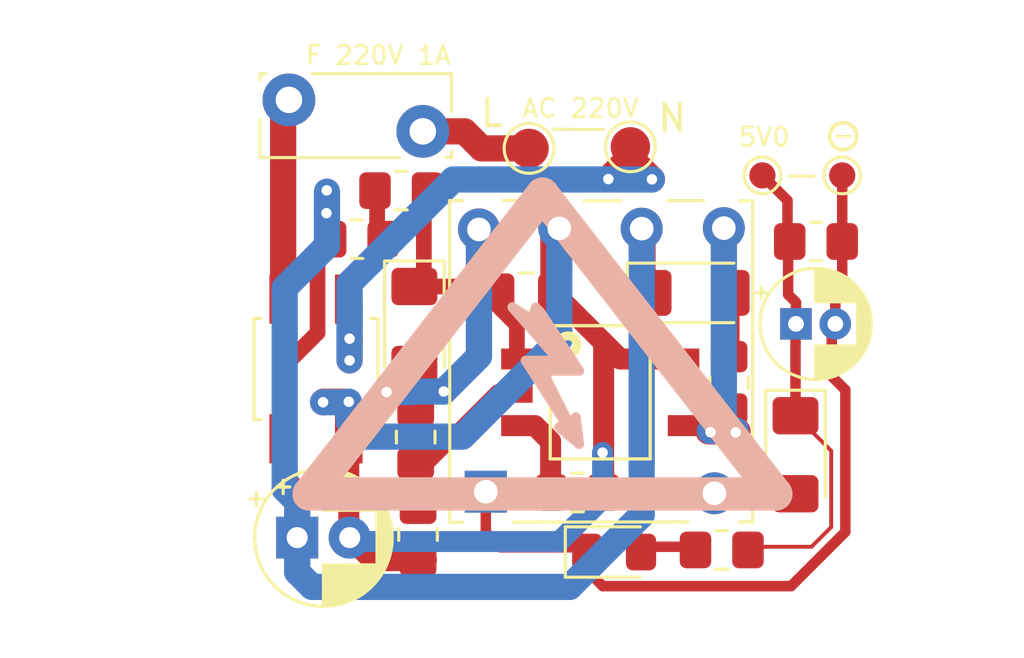
<source format=kicad_pcb>
(kicad_pcb (version 20211014) (generator pcbnew)
  (layers (0 "F.Cu" signal) (31 "B.Cu" signal) (34 "B.Paste" user) (35 "F.Paste" user) (36 "B.SilkS" user "B.Silkscreen") (37 "F.SilkS" user "F.Silkscreen") (38 "B.Mask" user) (39 "F.Mask" user) (44 "Edge.Cuts" user))
  (net 0 "")
  (net 1 "Net-(1K2-Pad1)")
  (net 2 "Net-(1K2-Pad2)")
  (net 3 "Net-(4K7-Pad2)")
  (net 4 "Net-(C2-Pad1)")
  (net 5 "Net-(4M7-Pad1)")
  (net 6 "Net-(4M7-Pad2)")
  (net 7 "Net-(12K7-Pad1)")
  (net 8 "Net-(12K7-Pad2)")
  (net 9 "Net-(27K1-Pad2)")
  (net 10 "Net-(99K1-Pad1)")
  (net 11 "Net-(99K1-Pad2)")
  (net 12 "Net-(AC220V_IN1-Pad1)")
  (net 13 "Net-(D3-Pad2)")
  (net 14 "Net-(IC1-Pad3)")
  (net 15 "Net-(D5-Pad2)")
  (net 16 "Net-(AC220V_IN1-Pad2)")
  (footprint "Resistor_SMD:R_0805_2012Metric_Pad1.20x1.40mm_HandSolder" (layer "F.Cu") (at 129.17 97.08 90)
    (fp_text reference "27K1" hide)
    (fp_text value "R4")
    (fp_line (start -0.227064 0.735) (end 0.227064 0.735) (layer "F.SilkS") (width 0.12))
    (fp_line (start -0.227064 -0.735) (end 0.227064 -0.735) (layer "F.SilkS") (width 0.12))
    (pad "1" smd roundrect (at -1 0 90) (size 1.2 1.4) (layers "F.Cu" "F.Paste" "F.Mask") (roundrect_rratio 0.208333) (net 7 "Net-(12K7-Pad1)"))
    (pad "2" smd roundrect (at 1 0 90) (size 1.2 1.4) (layers "F.Cu" "F.Paste" "F.Mask") (roundrect_rratio 0.208333) (net 9 "Net-(27K1-Pad2)"))
  )
  (footprint "Capacitor_THT:CP_Radial_D4.0mm_P1.50mm" (layer "F.Cu") (at 143.657401 92.76)
    (fp_text reference "C3" hide)
    (fp_text value "390uF 6.3v")
    (fp_line (start 1.791 -1.808) (end 1.791 -0.84) (layer "F.SilkS") (width 0.12))
    (fp_line (start 2.271 -1.438) (end 2.271 -0.84) (layer "F.SilkS") (width 0.12))
    (fp_line (start 1.991 -1.68) (end 1.991 -0.84) (layer "F.SilkS") (width 0.12))
    (fp_line (start 2.031 0.84) (end 2.031 1.65) (layer "F.SilkS") (width 0.12))
    (fp_line (start 1.15 -2.042) (end 1.15 -0.84) (layer "F.SilkS") (width 0.12))
    (fp_line (start 2.231 -1.478) (end 2.231 -0.84) (layer "F.SilkS") (width 0.12))
    (fp_line (start 1.671 0.84) (end 1.671 1.87) (layer "F.SilkS") (width 0.12))
    (fp_line (start 0.87 -2.077) (end 0.87 -0.84) (layer "F.SilkS") (width 0.12))
    (fp_line (start 1.23 0.84) (end 1.23 2.025) (layer "F.SilkS") (width 0.12))
    (fp_line (start 0.95 -2.071) (end 0.95 -0.84) (layer "F.SilkS") (width 0.12))
    (fp_line (start 1.27 0.84) (end 1.27 2.016) (layer "F.SilkS") (width 0.12))
    (fp_line (start 1.471 0.84) (end 1.471 1.954) (layer "F.SilkS") (width 0.12))
    (fp_line (start 1.951 0.84) (end 1.951 1.708) (layer "F.SilkS") (width 0.12))
    (fp_line (start 2.311 0.84) (end 2.311 1.396) (layer "F.SilkS") (width 0.12))
    (fp_line (start 0.99 -2.067) (end 0.99 -0.84) (layer "F.SilkS") (width 0.12))
    (fp_line (start 1.631 -1.889) (end 1.631 -0.84) (layer "F.SilkS") (width 0.12))
    (fp_line (start 2.311 -1.396) (end 2.311 -0.84) (layer "F.SilkS") (width 0.12))
    (fp_line (start 1.751 -1.83) (end 1.751 -0.84) (layer "F.SilkS") (width 0.12))
    (fp_line (start 1.511 0.84) (end 1.511 1.94) (layer "F.SilkS") (width 0.12))
    (fp_line (start 0.79 0.84) (end 0.79 2.08) (layer "F.SilkS") (width 0.12))
    (fp_line (start 2.231 0.84) (end 2.231 1.478) (layer "F.SilkS") (width 0.12))
    (fp_line (start 2.351 -1.351) (end 2.351 1.351) (layer "F.SilkS") (width 0.12))
    (fp_line (start 1.35 0.84) (end 1.35 1.994) (layer "F.SilkS") (width 0.12))
    (fp_line (start 2.831 -0.37) (end 2.831 0.37) (layer "F.SilkS") (width 0.12))
    (fp_line (start 2.071 0.84) (end 2.071 1.619) (layer "F.SilkS") (width 0.12))
    (fp_line (start 0.75 -2.08) (end 0.75 -0.84) (layer "F.SilkS") (width 0.12))
    (fp_line (start 1.07 -2.056) (end 1.07 -0.84) (layer "F.SilkS") (width 0.12))
    (fp_line (start 2.151 -1.552) (end 2.151 -0.84) (layer "F.SilkS") (width 0.12))
    (fp_line (start 1.23 -2.025) (end 1.23 -0.84) (layer "F.SilkS") (width 0.12))
    (fp_line (start 1.871 0.84) (end 1.871 1.76) (layer "F.SilkS") (width 0.12))
    (fp_line (start 0.83 0.84) (end 0.83 2.079) (layer "F.SilkS") (width 0.12))
    (fp_line (start 2.591 -1.013) (end 2.591 1.013) (layer "F.SilkS") (width 0.12))
    (fp_line (start 1.951 -1.708) (end 1.951 -0.84) (layer "F.SilkS") (width 0.12))
    (fp_line (start 2.191 -1.516) (end 2.191 -0.84) (layer "F.SilkS") (width 0.12))
    (fp_line (start 1.19 0.84) (end 1.19 2.034) (layer "F.SilkS") (width 0.12))
    (fp_line (start 0.83 -2.079) (end 0.83 -0.84) (layer "F.SilkS") (width 0.12))
    (fp_line (start 2.751 -0.664) (end 2.751 0.664) (layer "F.SilkS") (width 0.12))
    (fp_line (start 1.831 -1.785) (end 1.831 -0.84) (layer "F.SilkS") (width 0.12))
    (fp_line (start 1.631 0.84) (end 1.631 1.889) (layer "F.SilkS") (width 0.12))
    (fp_line (start 2.471 -1.2) (end 2.471 1.2) (layer "F.SilkS") (width 0.12))
    (fp_line (start 0.95 0.84) (end 0.95 2.071) (layer "F.SilkS") (width 0.12))
    (fp_line (start 1.31 -2.005) (end 1.31 -0.84) (layer "F.SilkS") (width 0.12))
    (fp_line (start 2.271 0.84) (end 2.271 1.438) (layer "F.SilkS") (width 0.12))
    (fp_line (start 2.791 -0.537) (end 2.791 0.537) (layer "F.SilkS") (width 0.12))
    (fp_line (start 2.111 0.84) (end 2.111 1.587) (layer "F.SilkS") (width 0.12))
    (fp_line (start 2.391 -1.304) (end 2.391 1.304) (layer "F.SilkS") (width 0.12))
    (fp_line (start 2.431 -1.254) (end 2.431 1.254) (layer "F.SilkS") (width 0.12))
    (fp_line (start 1.511 -1.94) (end 1.511 -0.84) (layer "F.SilkS") (width 0.12))
    (fp_line (start 1.671 -1.87) (end 1.671 -0.84) (layer "F.SilkS") (width 0.12))
    (fp_line (start 1.03 0.84) (end 1.03 2.062) (layer "F.SilkS") (width 0.12))
    (fp_line (start -1.519801 -1.195) (end -1.119801 -1.195) (layer "F.SilkS") (width 0.12))
    (fp_line (start 1.03 -2.062) (end 1.03 -0.84) (layer "F.SilkS") (width 0.12))
    (fp_line (start 1.11 0.84) (end 1.11 2.05) (layer "F.SilkS") (width 0.12))
    (fp_line (start 1.31 0.84) (end 1.31 2.005) (layer "F.SilkS") (width 0.12))
    (fp_line (start 0.75 0.84) (end 0.75 2.08) (layer "F.SilkS") (width 0.12))
    (fp_line (start 1.19 -2.034) (end 1.19 -0.84) (layer "F.SilkS") (width 0.12))
    (fp_line (start 1.43 0.84) (end 1.43 1.968) (layer "F.SilkS") (width 0.12))
    (fp_line (start 1.39 0.84) (end 1.39 1.982) (layer "F.SilkS") (width 0.12))
    (fp_line (start 1.831 0.84) (end 1.831 1.785) (layer "F.SilkS") (width 0.12))
    (fp_line (start 1.43 -1.968) (end 1.43 -0.84) (layer "F.SilkS") (width 0.12))
    (fp_line (start 0.91 0.84) (end 0.91 2.074) (layer "F.SilkS") (width 0.12))
    (fp_line (start 1.911 0.84) (end 1.911 1.735) (layer "F.SilkS") (width 0.12))
    (fp_line (start 1.27 -2.016) (end 1.27 -0.84) (layer "F.SilkS") (width 0.12))
    (fp_line (start 1.551 -1.924) (end 1.551 -0.84) (layer "F.SilkS") (width 0.12))
    (fp_line (start 1.07 0.84) (end 1.07 2.056) (layer "F.SilkS") (width 0.12))
    (fp_line (start 2.031 -1.65) (end 2.031 -0.84) (layer "F.SilkS") (width 0.12))
    (fp_line (start 1.751 0.84) (end 1.751 1.83) (layer "F.SilkS") (width 0.12))
    (fp_line (start 0.91 -2.074) (end 0.91 -0.84) (layer "F.SilkS") (width 0.12))
    (fp_line (start 1.791 0.84) (end 1.791 1.808) (layer "F.SilkS") (width 0.12))
    (fp_line (start 2.631 -0.94) (end 2.631 0.94) (layer "F.SilkS") (width 0.12))
    (fp_line (start 1.711 0.84) (end 1.711 1.851) (layer "F.SilkS") (width 0.12))
    (fp_line (start 2.111 -1.587) (end 2.111 -0.84) (layer "F.SilkS") (width 0.12))
    (fp_line (start 2.671 -0.859) (end 2.671 0.859) (layer "F.SilkS") (width 0.12))
    (fp_line (start 0.99 0.84) (end 0.99 2.067) (layer "F.SilkS") (width 0.12))
    (fp_line (start 1.711 -1.851) (end 1.711 -0.84) (layer "F.SilkS") (width 0.12))
    (fp_line (start 1.15 0.84) (end 1.15 2.042) (layer "F.SilkS") (width 0.12))
    (fp_line (start 2.071 -1.619) (end 2.071 -0.84) (layer "F.SilkS") (width 0.12))
    (fp_line (start 1.591 0.84) (end 1.591 1.907) (layer "F.SilkS") (width 0.12))
    (fp_line (start 1.991 0.84) (end 1.991 1.68) (layer "F.SilkS") (width 0.12))
    (fp_line (start 2.711 -0.768) (end 2.711 0.768) (layer "F.SilkS") (width 0.12))
    (fp_line (start 2.191 0.84) (end 2.191 1.516) (layer "F.SilkS") (width 0.12))
    (fp_line (start 2.551 -1.08) (end 2.551 1.08) (layer "F.SilkS") (width 0.12))
    (fp_line (start 0.79 -2.08) (end 0.79 -0.84) (layer "F.SilkS") (width 0.12))
    (fp_line (start 1.551 0.84) (end 1.551 1.924) (layer "F.SilkS") (width 0.12))
    (fp_line (start 1.39 -1.982) (end 1.39 -0.84) (layer "F.SilkS") (width 0.12))
    (fp_line (start 1.35 -1.994) (end 1.35 -0.84) (layer "F.SilkS") (width 0.12))
    (fp_line (start 2.511 -1.142) (end 2.511 1.142) (layer "F.SilkS") (width 0.12))
    (fp_line (start 1.471 -1.954) (end 1.471 -0.84) (layer "F.SilkS") (width 0.12))
    (fp_line (start 1.871 -1.76) (end 1.871 -0.84) (layer "F.SilkS") (width 0.12))
    (fp_line (start 1.11 -2.05) (end 1.11 -0.84) (layer "F.SilkS") (width 0.12))
    (fp_line (start -1.319801 -1.395) (end -1.319801 -0.995) (layer "F.SilkS") (width 0.12))
    (fp_line (start 0.87 0.84) (end 0.87 2.077) (layer "F.SilkS") (width 0.12))
    (fp_line (start 1.591 -1.907) (end 1.591 -0.84) (layer "F.SilkS") (width 0.12))
    (fp_line (start 1.911 -1.735) (end 1.911 -0.84) (layer "F.SilkS") (width 0.12))
    (fp_line (start 2.151 0.84) (end 2.151 1.552) (layer "F.SilkS") (width 0.12))
    (fp_circle (center 0.75 0) (end 2.87 0) (layer "F.SilkS") (width 0.12) (fill none))
    (pad "1" thru_hole rect (at 0 0) (size 1.2 1.2) (drill 0.6) (layers *.Cu *.Mask) (net 2 "Net-(1K2-Pad2)"))
    (pad "2" thru_hole circle (at 1.5 0) (size 1.2 1.2) (drill 0.6) (layers *.Cu *.Mask) (net 1 "Net-(1K2-Pad1)"))
  )
  (footprint "Diode_SMD:D_1206_3216Metric_Pad1.42x1.75mm_HandSolder" (layer "F.Cu") (at 139.6925 91.58)
    (fp_text reference "D1" hide)
    (fp_text value "F7k")
    (fp_line (start -2.46 1.135) (end 1.6 1.135) (layer "F.SilkS") (width 0.12))
    (fp_line (start -2.46 -1.135) (end -2.46 1.135) (layer "F.SilkS") (width 0.12))
    (fp_line (start 1.6 -1.135) (end -2.46 -1.135) (layer "F.SilkS") (width 0.12))
    (pad "1" smd roundrect (at -1.4875 0) (size 1.425 1.75) (layers "F.Cu" "F.Paste" "F.Mask") (roundrect_rratio 0.175439) (net 6 "Net-(4M7-Pad2)"))
    (pad "2" smd roundrect (at 1.4875 0) (size 1.425 1.75) (layers "F.Cu" "F.Paste" "F.Mask") (roundrect_rratio 0.175439) (net 11 "Net-(99K1-Pad2)"))
  )
  (footprint "Resistor_SMD:R_0805_2012Metric_Pad1.20x1.40mm_HandSolder" (layer "F.Cu") (at 126.93 89.53 180)
    (fp_text reference "4M7" hide)
    (fp_text value "R9")
    (fp_line (start -0.227064 -0.735) (end 0.227064 -0.735) (layer "F.SilkS") (width 0.12))
    (fp_line (start -0.227064 0.735) (end 0.227064 0.735) (layer "F.SilkS") (width 0.12))
    (pad "1" smd roundrect (at -1 0 180) (size 1.2 1.4) (layers "F.Cu" "F.Paste" "F.Mask") (roundrect_rratio 0.208333) (net 5 "Net-(4M7-Pad1)"))
    (pad "2" smd roundrect (at 1 0 180) (size 1.2 1.4) (layers "F.Cu" "F.Paste" "F.Mask") (roundrect_rratio 0.208333) (net 6 "Net-(4M7-Pad2)"))
  )
  (footprint "Diode_SMD:D_1206_3216Metric_Pad1.42x1.75mm_HandSolder" (layer "F.Cu") (at 129.12 92.8225 -90)
    (fp_text reference "D2" hide)
    (fp_text value "F7k")
    (fp_line (start -2.46 -1.135) (end -2.46 1.135) (layer "F.SilkS") (width 0.12))
    (fp_line (start 1.6 -1.135) (end -2.46 -1.135) (layer "F.SilkS") (width 0.12))
    (fp_line (start -2.46 1.135) (end 1.6 1.135) (layer "F.SilkS") (width 0.12))
    (pad "1" smd roundrect (at -1.4875 0 270) (size 1.425 1.75) (layers "F.Cu" "F.Paste" "F.Mask") (roundrect_rratio 0.175439) (net 4 "Net-(C2-Pad1)"))
    (pad "2" smd roundrect (at 1.4875 0 270) (size 1.425 1.75) (layers "F.Cu" "F.Paste" "F.Mask") (roundrect_rratio 0.175439) (net 9 "Net-(27K1-Pad2)"))
  )
  (footprint "Resistor_SMD:R_0805_2012Metric_Pad1.20x1.40mm_HandSolder" (layer "F.Cu") (at 129.26 100.79 -90)
    (fp_text reference "12K7" hide)
    (fp_text value "R3")
    (fp_line (start -0.227064 0.735) (end 0.227064 0.735) (layer "F.SilkS") (width 0.12))
    (fp_line (start -0.227064 -0.735) (end 0.227064 -0.735) (layer "F.SilkS") (width 0.12))
    (pad "1" smd roundrect (at -1 0 270) (size 1.2 1.4) (layers "F.Cu" "F.Paste" "F.Mask") (roundrect_rratio 0.208333) (net 7 "Net-(12K7-Pad1)"))
    (pad "2" smd roundrect (at 1 0 270) (size 1.2 1.4) (layers "F.Cu" "F.Paste" "F.Mask") (roundrect_rratio 0.208333) (net 8 "Net-(12K7-Pad2)"))
  )
  (footprint "Capacitor_THT:CP_Radial_D5.0mm_P2.00mm" (layer "F.Cu") (at 124.654888 100.91)
    (fp_text reference "C1" hide)
    (fp_text value "4.7uF 400V")
    (fp_line (start 2.681 1.04) (end 2.681 1.971) (layer "F.SilkS") (width 0.12))
    (fp_line (start 1.64 1.04) (end 1.64 2.501) (layer "F.SilkS") (width 0.12))
    (fp_line (start 2.361 -2.2) (end 2.361 -1.04) (layer "F.SilkS") (width 0.12))
    (fp_line (start 1.4 -2.55) (end 1.4 -1.04) (layer "F.SilkS") (width 0.12))
    (fp_line (start 2.281 -2.247) (end 2.281 -1.04) (layer "F.SilkS") (width 0.12))
    (fp_line (start 1.48 1.04) (end 1.48 2.536) (layer "F.SilkS") (width 0.12))
    (fp_line (start 2.601 1.04) (end 2.601 2.035) (layer "F.SilkS") (width 0.12))
    (fp_line (start 1.801 1.04) (end 1.801 2.455) (layer "F.SilkS") (width 0.12))
    (fp_line (start 2.321 -2.224) (end 2.321 -1.04) (layer "F.SilkS") (width 0.12))
    (fp_line (start 1.24 1.04) (end 1.24 2.569) (layer "F.SilkS") (width 0.12))
    (fp_line (start -1.804775 -1.475) (end -1.304775 -1.475) (layer "F.SilkS") (width 0.12))
    (fp_line (start 1.4 1.04) (end 1.4 2.55) (layer "F.SilkS") (width 0.12))
    (fp_line (start 2.961 1.04) (end 2.961 1.699) (layer "F.SilkS") (width 0.12))
    (fp_line (start 1.16 -2.576) (end 1.16 -1.04) (layer "F.SilkS") (width 0.12))
    (fp_line (start 3.081 -1.554) (end 3.081 1.554) (layer "F.SilkS") (width 0.12))
    (fp_line (start 2.961 -1.699) (end 2.961 -1.04) (layer "F.SilkS") (width 0.12))
    (fp_line (start 1.881 -2.428) (end 1.881 -1.04) (layer "F.SilkS") (width 0.12))
    (fp_line (start 2.841 -1.826) (end 2.841 -1.04) (layer "F.SilkS") (width 0.12))
    (fp_line (start 1.841 1.04) (end 1.841 2.442) (layer "F.SilkS") (width 0.12))
    (fp_line (start 1.721 -2.48) (end 1.721 -1.04) (layer "F.SilkS") (width 0.12))
    (fp_line (start 3.001 1.04) (end 3.001 1.653) (layer "F.SilkS") (width 0.12))
    (fp_line (start 2.481 -2.122) (end 2.481 -1.04) (layer "F.SilkS") (width 0.12))
    (fp_line (start 2.641 -2.004) (end 2.641 -1.04) (layer "F.SilkS") (width 0.12))
    (fp_line (start 1.36 -2.556) (end 1.36 -1.04) (layer "F.SilkS") (width 0.12))
    (fp_line (start 1.44 -2.543) (end 1.44 -1.04) (layer "F.SilkS") (width 0.12))
    (fp_line (start 1.761 1.04) (end 1.761 2.468) (layer "F.SilkS") (width 0.12))
    (fp_line (start 2.921 -1.743) (end 2.921 -1.04) (layer "F.SilkS") (width 0.12))
    (fp_line (start 1.961 1.04) (end 1.961 2.398) (layer "F.SilkS") (width 0.12))
    (fp_line (start 2.161 1.04) (end 2.161 2.31) (layer "F.SilkS") (width 0.12))
    (fp_line (start 3.401 -1.011) (end 3.401 1.011) (layer "F.SilkS") (width 0.12))
    (fp_line (start 1.921 1.04) (end 1.921 2.414) (layer "F.SilkS") (width 0.12))
    (fp_line (start 1.6 -2.511) (end 1.6 -1.04) (layer "F.SilkS") (width 0.12))
    (fp_line (start 2.041 1.04) (end 2.041 2.365) (layer "F.SilkS") (width 0.12))
    (fp_line (start 1.08 -2.579) (end 1.08 -1.04) (layer "F.SilkS") (width 0.12))
    (fp_line (start 3.561 -0.518) (end 3.561 0.518) (layer "F.SilkS") (width 0.12))
    (fp_line (start 3.321 -1.178) (end 3.321 1.178) (layer "F.SilkS") (width 0.12))
    (fp_line (start 1.16 1.04) (end 1.16 2.576) (layer "F.SilkS") (width 0.12))
    (fp_line (start 3.441 -0.915) (end 3.441 0.915) (layer "F.SilkS") (width 0.12))
    (fp_line (start 1.2 -2.573) (end 1.2 -1.04) (layer "F.SilkS") (width 0.12))
    (fp_line (start 1.28 1.04) (end 1.28 2.565) (layer "F.SilkS") (width 0.12))
    (fp_line (start 1.12 1.04) (end 1.12 2.578) (layer "F.SilkS") (width 0.12))
    (fp_line (start 1.64 -2.501) (end 1.64 -1.04) (layer "F.SilkS") (width 0.12))
    (fp_line (start 2.001 1.04) (end 2.001 2.382) (layer "F.SilkS") (width 0.12))
    (fp_line (start 1.56 1.04) (end 1.56 2.52) (layer "F.SilkS") (width 0.12))
    (fp_line (start 1.881 1.04) (end 1.881 2.428) (layer "F.SilkS") (width 0.12))
    (fp_line (start 2.121 1.04) (end 2.121 2.329) (layer "F.SilkS") (width 0.12))
    (fp_line (start 1.44 1.04) (end 1.44 2.543) (layer "F.SilkS") (width 0.12))
    (fp_line (start 3.041 -1.605) (end 3.041 1.605) (layer "F.SilkS") (width 0.12))
    (fp_line (start 3.001 -1.653) (end 3.001 -1.04) (layer "F.SilkS") (width 0.12))
    (fp_line (start 2.441 1.04) (end 2.441 2.149) (layer "F.SilkS") (width 0.12))
    (fp_line (start 1.801 -2.455) (end 1.801 -1.04) (layer "F.SilkS") (width 0.12))
    (fp_line (start 1 1.04) (end 1 2.58) (layer "F.SilkS") (width 0.12))
    (fp_line (start 1.721 1.04) (end 1.721 2.48) (layer "F.SilkS") (width 0.12))
    (fp_line (start 1.36 1.04) (end 1.36 2.556) (layer "F.SilkS") (width 0.12))
    (fp_line (start 2.201 1.04) (end 2.201 2.29) (layer "F.SilkS") (width 0.12))
    (fp_line (start 3.241 -1.319) (end 3.241 1.319) (layer "F.SilkS") (width 0.12))
    (fp_line (start 2.201 -2.29) (end 2.201 -1.04) (layer "F.SilkS") (width 0.12))
    (fp_line (start 2.241 1.04) (end 2.241 2.268) (layer "F.SilkS") (width 0.12))
    (fp_line (start 3.161 -1.443) (end 3.161 1.443) (layer "F.SilkS") (width 0.12))
    (fp_line (start 1.6 1.04) (end 1.6 2.511) (layer "F.SilkS") (width 0.12))
    (fp_line (start 1.24 -2.569) (end 1.24 -1.04) (layer "F.SilkS") (width 0.12))
    (fp_line (start 2.241 -2.268) (end 2.241 -1.04) (layer "F.SilkS") (width 0.12))
    (fp_line (start 2.401 -2.175) (end 2.401 -1.04) (layer "F.SilkS") (width 0.12))
    (fp_line (start 2.841 1.04) (end 2.841 1.826) (layer "F.SilkS") (width 0.12))
    (fp_line (start 2.361 1.04) (end 2.361 2.2) (layer "F.SilkS") (width 0.12))
    (fp_line (start 2.481 1.04) (end 2.481 2.122) (layer "F.SilkS") (width 0.12))
    (fp_line (start 1.08 1.04) (end 1.08 2.579) (layer "F.SilkS") (width 0.12))
    (fp_line (start 3.281 -1.251) (end 3.281 1.251) (layer "F.SilkS") (width 0.12))
    (fp_line (start 1.12 -2.578) (end 1.12 -1.04) (layer "F.SilkS") (width 0.12))
    (fp_line (start 3.201 -1.383) (end 3.201 1.383) (layer "F.SilkS") (width 0.12))
    (fp_line (start 2.081 -2.348) (end 2.081 -1.04) (layer "F.SilkS") (width 0.12))
    (fp_line (start 1.04 -2.58) (end 1.04 -1.04) (layer "F.SilkS") (width 0.12))
    (fp_line (start 1.32 1.04) (end 1.32 2.561) (layer "F.SilkS") (width 0.12))
    (fp_line (start 1.04 1.04) (end 1.04 2.58) (layer "F.SilkS") (width 0.12))
    (fp_line (start 1.2 1.04) (end 1.2 2.573) (layer "F.SilkS") (width 0.12))
    (fp_line (start 2.281 1.04) (end 2.281 2.247) (layer "F.SilkS") (width 0.12))
    (fp_line (start 2.161 -2.31) (end 2.161 -1.04) (layer "F.SilkS") (width 0.12))
    (fp_line (start 2.121 -2.329) (end 2.121 -1.04) (layer "F.SilkS") (width 0.12))
    (fp_line (start 2.521 -2.095) (end 2.521 -1.04) (layer "F.SilkS") (width 0.12))
    (fp_line (start 2.561 -2.065) (end 2.561 -1.04) (layer "F.SilkS") (width 0.12))
    (fp_line (start 2.641 1.04) (end 2.641 2.004) (layer "F.SilkS") (width 0.12))
    (fp_line (start 2.721 -1.937) (end 2.721 -1.04) (layer "F.SilkS") (width 0.12))
    (fp_line (start 1.68 1.04) (end 1.68 2.491) (layer "F.SilkS") (width 0.12))
    (fp_line (start 2.041 -2.365) (end 2.041 -1.04) (layer "F.SilkS") (width 0.12))
    (fp_line (start 1.28 -2.565) (end 1.28 -1.04) (layer "F.SilkS") (width 0.12))
    (fp_line (start 3.361 -1.098) (end 3.361 1.098) (layer "F.SilkS") (width 0.12))
    (fp_line (start 2.321 1.04) (end 2.321 2.224) (layer "F.SilkS") (width 0.12))
    (fp_line (start 3.521 -0.677) (end 3.521 0.677) (layer "F.SilkS") (width 0.12))
    (fp_line (start 2.801 1.04) (end 2.801 1.864) (layer "F.SilkS") (width 0.12))
    (fp_line (start 2.761 -1.901) (end 2.761 -1.04) (layer "F.SilkS") (width 0.12))
    (fp_line (start 2.801 -1.864) (end 2.801 -1.04) (layer "F.SilkS") (width 0.12))
    (fp_line (start 3.121 -1.5) (end 3.121 1.5) (layer "F.SilkS") (width 0.12))
    (fp_line (start 2.681 -1.971) (end 2.681 -1.04) (layer "F.SilkS") (width 0.12))
    (fp_line (start 2.721 1.04) (end 2.721 1.937) (layer "F.SilkS") (width 0.12))
    (fp_line (start 1.921 -2.414) (end 1.921 -1.04) (layer "F.SilkS") (width 0.12))
    (fp_line (start 2.601 -2.035) (end 2.601 -1.04) (layer "F.SilkS") (width 0.12))
    (fp_line (start 2.921 1.04) (end 2.921 1.743) (layer "F.SilkS") (width 0.12))
    (fp_line (start -1.554775 -1.725) (end -1.554775 -1.225) (layer "F.SilkS") (width 0.12))
    (fp_line (start 1.32 -2.561) (end 1.32 -1.04) (layer "F.SilkS") (width 0.12))
    (fp_line (start 2.761 1.04) (end 2.761 1.901) (layer "F.SilkS") (width 0.12))
    (fp_line (start 2.881 -1.785) (end 2.881 -1.04) (layer "F.SilkS") (width 0.12))
    (fp_line (start 1.841 -2.442) (end 1.841 -1.04) (layer "F.SilkS") (width 0.12))
    (fp_line (start 1.52 1.04) (end 1.52 2.528) (layer "F.SilkS") (width 0.12))
    (fp_line (start 1.52 -2.528) (end 1.52 -1.04) (layer "F.SilkS") (width 0.12))
    (fp_line (start 1.48 -2.536) (end 1.48 -1.04) (layer "F.SilkS") (width 0.12))
    (fp_line (start 3.481 -0.805) (end 3.481 0.805) (layer "F.SilkS") (width 0.12))
    (fp_line (start 1.961 -2.398) (end 1.961 -1.04) (layer "F.SilkS") (width 0.12))
    (fp_line (start 1.56 -2.52) (end 1.56 -1.04) (layer "F.SilkS") (width 0.12))
    (fp_line (start 2.081 1.04) (end 2.081 2.348) (layer "F.SilkS") (width 0.12))
    (fp_line (start 2.521 1.04) (end 2.521 2.095) (layer "F.SilkS") (width 0.12))
    (fp_line (start 2.001 -2.382) (end 2.001 -1.04) (layer "F.SilkS") (width 0.12))
    (fp_line (start 2.881 1.04) (end 2.881 1.785) (layer "F.SilkS") (width 0.12))
    (fp_line (start 1 -2.58) (end 1 -1.04) (layer "F.SilkS") (width 0.12))
    (fp_line (start 1.68 -2.491) (end 1.68 -1.04) (layer "F.SilkS") (width 0.12))
    (fp_line (start 1.761 -2.468) (end 1.761 -1.04) (layer "F.SilkS") (width 0.12))
    (fp_line (start 3.601 -0.284) (end 3.601 0.284) (layer "F.SilkS") (width 0.12))
    (fp_line (start 2.401 1.04) (end 2.401 2.175) (layer "F.SilkS") (width 0.12))
    (fp_line (start 2.561 1.04) (end 2.561 2.065) (layer "F.SilkS") (width 0.12))
    (fp_line (start 2.441 -2.149) (end 2.441 -1.04) (layer "F.SilkS") (width 0.12))
    (fp_circle (center 1 0) (end 3.62 0) (layer "F.SilkS") (width 0.12) (fill none))
    (pad "1" thru_hole rect (at 0 0) (size 1.6 1.6) (drill 0.8) (layers *.Cu *.Mask) (net 6 "Net-(4M7-Pad2)"))
    (pad "2" thru_hole circle (at 2 0) (size 1.6 1.6) (drill 0.8) (layers *.Cu *.Mask) (net 8 "Net-(12K7-Pad2)"))
  )
  (footprint "Transformer_THT:Transformer_EE10-A1 11.5x12.5mm" (layer "F.Cu") (at 136.07 94.38)
    (fp_text reference "T1" hide)
    (fp_text value "Transformer_1P_2S")
    (fp_line (start -0.465 -6.31) (end 0.885 -6.31) (layer "F.SilkS") (width 0.12))
    (fp_line (start 5.44 -6.31) (end 5.94 -6.31) (layer "F.SilkS") (width 0.12))
    (fp_line (start -5.11 -6.32) (end -5.61 -6.32) (layer "F.SilkS") (width 0.12))
    (fp_line (start -5.6 5.95) (end -5.61 -6.32) (layer "F.SilkS") (width 0.12))
    (fp_line (start -3.17 5.94) (end 3.47 5.93) (layer "F.SilkS") (width 0.12))
    (fp_line (start 5.94 5.93) (end 5.94 -6.31) (layer "F.SilkS") (width 0.12))
    (fp_line (start -3.56 -6.33) (end -2.21 -6.33) (layer "F.SilkS") (width 0.12))
    (fp_line (start 5.94 5.93) (end 5.44 5.93) (layer "F.SilkS") (width 0.12))
    (fp_line (start 2.715 -6.32) (end 4.065 -6.32) (layer "F.SilkS") (width 0.12))
    (fp_line (start -5.1 5.95) (end -5.6 5.95) (layer "F.SilkS") (width 0.12))
    (pad "1" thru_hole rect (at -4.23 4.78) (size 1.6 1.6) (drill 0.9) (layers *.Cu *.Mask) (net 1 "Net-(1K2-Pad1)"))
    (pad "2" thru_hole circle (at 4.48 4.84) (size 1.6 1.6) (drill 0.9) (layers *.Cu *.Mask) (net 13 "Net-(D3-Pad2)"))
    (pad "3" thru_hole circle (at -4.49 -5.22) (size 1.6 1.6) (drill 0.9) (layers *.Cu *.Mask) (net 9 "Net-(27K1-Pad2)"))
    (pad "4" thru_hole circle (at -1.43 -5.26) (size 1.6 1.6) (drill 0.9) (layers *.Cu *.Mask) (net 8 "Net-(12K7-Pad2)"))
    (pad "5" thru_hole circle (at 1.71 -5.25) (size 1.6 1.6) (drill 0.9) (layers *.Cu *.Mask) (net 6 "Net-(4M7-Pad2)"))
    (pad "6" thru_hole circle (at 4.84 -5.27) (size 1.6 1.6) (drill 0.9) (layers *.Cu *.Mask) (net 10 "Net-(99K1-Pad1)"))
  )
  (footprint "Resistor_SMD:R_0805_2012Metric_Pad1.20x1.40mm_HandSolder" (layer "F.Cu") (at 128.62 87.68 180)
    (fp_text reference "4M1" hide)
    (fp_text value "R8")
    (fp_line (start -0.227064 -0.735) (end 0.227064 -0.735) (layer "F.SilkS") (width 0.12))
    (fp_line (start -0.227064 0.735) (end 0.227064 0.735) (layer "F.SilkS") (width 0.12))
    (pad "1" smd roundrect (at -1 0 180) (size 1.2 1.4) (layers "F.Cu" "F.Paste" "F.Mask") (roundrect_rratio 0.208333) (net 4 "Net-(C2-Pad1)"))
    (pad "2" smd roundrect (at 1 0 180) (size 1.2 1.4) (layers "F.Cu" "F.Paste" "F.Mask") (roundrect_rratio 0.208333) (net 5 "Net-(4M7-Pad1)"))
  )
  (footprint "Fuse:Fuse_Bourns_MF-RG300" (layer "F.Cu") (at 129.44 85.42 180)
    (fp_text reference "F1" hide)
    (fp_text value "220V 1A")
    (fp_line (start -1.1 0.75) (end -1.1 2.2) (layer "F.SilkS") (width 0.12))
    (fp_line (start 0.879 -1) (end 6.2 -1) (layer "F.SilkS") (width 0.12))
    (fp_line (start 6.2 -1) (end 6.2 0.451) (layer "F.SilkS") (width 0.12))
    (fp_line (start 5.979 2.2) (end 6.2 2.2) (layer "F.SilkS") (width 0.12))
    (fp_line (start -1.1 2.2) (end 4.222 2.2) (layer "F.SilkS") (width 0.12))
    (fp_line (start 6.2 1.95) (end 6.2 2.2) (layer "F.SilkS") (width 0.12))
    (fp_line (start -1.1 -1) (end -0.879 -1) (layer "F.SilkS") (width 0.12))
    (fp_line (start -1.1 -1) (end -1.1 -0.75) (layer "F.SilkS") (width 0.12))
    (pad "1" thru_hole circle (at 0 0 180) (size 2.01 2.01) (drill 1.01) (layers *.Cu *.Mask) (net 12 "Net-(AC220V_IN1-Pad1)"))
    (pad "2" thru_hole circle (at 5.1 1.2 180) (size 2.01 2.01) (drill 1.01) (layers *.Cu *.Mask) (net 15 "Net-(D5-Pad2)"))
  )
  (footprint "Resistor_SMD:R_0805_2012Metric_Pad1.20x1.40mm_HandSolder" (layer "F.Cu") (at 140.83 101.38 180)
    (fp_text reference "4K7" hide)
    (fp_text value "R7")
    (fp_line (start -0.227064 -0.735) (end 0.227064 -0.735) (layer "F.SilkS") (width 0.12))
    (fp_line (start -0.227064 0.735) (end 0.227064 0.735) (layer "F.SilkS") (width 0.12))
    (pad "1" smd roundrect (at -1 0 180) (size 1.2 1.4) (layers "F.Cu" "F.Paste" "F.Mask") (roundrect_rratio 0.208333) (net 2 "Net-(1K2-Pad2)"))
    (pad "2" smd roundrect (at 1 0 180) (size 1.2 1.4) (layers "F.Cu" "F.Paste" "F.Mask") (roundrect_rratio 0.208333) (net 3 "Net-(4K7-Pad2)"))
  )
  (footprint "Capacitor_SMD:C_0805_2012Metric_Pad1.18x1.45mm_HandSolder" (layer "F.Cu") (at 133.38 91.56)
    (fp_text reference "C2" hide)
    (fp_text value "1uF")
    (fp_line (start -0.261252 -0.735) (end 0.261252 -0.735) (layer "F.SilkS") (width 0.12))
    (fp_line (start -0.261252 0.735) (end 0.261252 0.735) (layer "F.SilkS") (width 0.12))
    (pad "1" smd roundrect (at -1.0375 0) (size 1.175 1.45) (layers "F.Cu" "F.Paste" "F.Mask") (roundrect_rratio 0.212766) (net 4 "Net-(C2-Pad1)"))
    (pad "2" smd roundrect (at 1.0375 0) (size 1.175 1.45) (layers "F.Cu" "F.Paste" "F.Mask") (roundrect_rratio 0.212766) (net 8 "Net-(12K7-Pad2)"))
  )
  (footprint "Diode_SMD:D_1206_3216Metric_Pad1.42x1.75mm_HandSolder" (layer "F.Cu") (at 143.64 97.75 -90)
    (fp_text reference "D3" hide)
    (fp_text value "SS36")
    (fp_line (start 1.6 -1.135) (end -2.46 -1.135) (layer "F.SilkS") (width 0.12))
    (fp_line (start -2.46 1.135) (end 1.6 1.135) (layer "F.SilkS") (width 0.12))
    (fp_line (start -2.46 -1.135) (end -2.46 1.135) (layer "F.SilkS") (width 0.12))
    (pad "1" smd roundrect (at -1.4875 0 270) (size 1.425 1.75) (layers "F.Cu" "F.Paste" "F.Mask") (roundrect_rratio 0.175439) (net 2 "Net-(1K2-Pad2)"))
    (pad "2" smd roundrect (at 1.4875 0 270) (size 1.425 1.75) (layers "F.Cu" "F.Paste" "F.Mask") (roundrect_rratio 0.175439) (net 13 "Net-(D3-Pad2)"))
  )
  (footprint "TestPoint:TestPoint_Pad_D1.0mm x2" (layer "F.Cu") (at 145.42 87.1 180)
    (fp_text reference "DC_OUT1" hide)
    (fp_text value "Conn_01x02_Female")
    (fp_circle (center 3.04 0) (end 3.04 0.7) (layer "F.SilkS") (width 0.12) (fill none))
    (fp_circle (center 0 0) (end 0 0.7) (layer "F.SilkS") (width 0.12) (fill none))
    (pad "1" smd circle (at 0 0 180) (size 1 1) (layers "F.Cu" "F.Mask") (net 1 "Net-(1K2-Pad1)"))
    (pad "2" smd circle (at 3.04 0 180) (size 1 1) (layers "F.Cu" "F.Mask") (net 2 "Net-(1K2-Pad2)"))
  )
  (footprint "Resistor_SMD:R_0805_2012Metric_Pad1.20x1.40mm_HandSolder" (layer "F.Cu") (at 144.42 89.62 180)
    (fp_text reference "1K2" hide)
    (fp_text value "R6")
    (fp_line (start -0.227064 0.735) (end 0.227064 0.735) (layer "F.SilkS") (width 0.12))
    (fp_line (start -0.227064 -0.735) (end 0.227064 -0.735) (layer "F.SilkS") (width 0.12))
    (pad "1" smd roundrect (at -1 0 180) (size 1.2 1.4) (layers "F.Cu" "F.Paste" "F.Mask") (roundrect_rratio 0.208333) (net 1 "Net-(1K2-Pad1)"))
    (pad "2" smd roundrect (at 1 0 180) (size 1.2 1.4) (layers "F.Cu" "F.Paste" "F.Mask") (roundrect_rratio 0.208333) (net 2 "Net-(1K2-Pad2)"))
  )
  (footprint "Diode_SMD:DIOB_MB10F-13" (layer "F.Cu") (at 125.37 94.48 90)
    (fp_text reference "D5" hide)
    (fp_text value "MB10F-13")
    (fp_line (start 1.925 -2.095) (end 1.925 -2.3625) (layer "F.SilkS") (width 0.127))
    (fp_line (start -4.75 -1.25) (end -4.25 -1.25) (layer "F.SilkS") (width 0.127))
    (fp_line (start -1.925 2.095) (end -1.925 2.3625) (layer "F.SilkS") (width 0.127))
    (fp_line (start -4.75 1.25) (end -4.25 1.25) (layer "F.SilkS") (width 0.127))
    (fp_line (start -1.925 2.3625) (end 1.925 2.3625) (layer "F.SilkS") (width 0.127))
    (fp_line (start 1.925 2.3625) (end 1.925 2.095) (layer "F.SilkS") (width 0.127))
    (fp_line (start -4.5 -1.5) (end -4.5 -1) (layer "F.SilkS") (width 0.127))
    (fp_line (start 1.925 -2.3625) (end -1.925 -2.3625) (layer "F.SilkS") (width 0.127))
    (fp_line (start -1.925 -2.3625) (end -1.925 -2.095) (layer "F.SilkS") (width 0.127))
    (pad "1" smd rect (at -2.6625 -1.25 90) (size 1.875 1.05) (layers "F.Cu" "F.Paste" "F.Mask") (net 6 "Net-(4M7-Pad2)"))
    (pad "2" smd rect (at 2.6625 -1.25 270) (size 1.875 1.05) (layers "F.Cu" "F.Paste" "F.Mask") (net 15 "Net-(D5-Pad2)"))
    (pad "3" smd rect (at -2.6625 1.25 90) (size 1.875 1.05) (layers "F.Cu" "F.Paste" "F.Mask") (net 8 "Net-(12K7-Pad2)"))
    (pad "4" smd rect (at 2.6625 1.25 270) (size 1.875 1.05) (layers "F.Cu" "F.Paste" "F.Mask") (net 16 "Net-(AC220V_IN1-Pad2)"))
  )
  (footprint "Package_SO:SOP5" (layer "F.Cu") (at 136.835 95.37 90)
    (fp_text reference "IC1" hide)
    (fp_text value "HF2812H" hide)
    (fp_line (start -2.54 -2.54) (end 2.54 -2.54) (layer "F.SilkS") (width 0.127))
    (fp_line (start 2.54 1.27) (end -2.54 1.27) (layer "F.SilkS") (width 0.127))
    (fp_line (start -2.54 1.27) (end -2.54 -2.54) (layer "F.SilkS") (width 0.127))
    (fp_line (start 2.54 -2.54) (end 2.54 1.27) (layer "F.SilkS") (width 0.127))
    (fp_circle (center 1.81 -1.86) (end 2.154384 -1.86) (layer "F.SilkS") (width 0.34) (fill none))
    (pad "1" smd rect (at 1.27 -3.81 90) (size 0.8 1.2) (layers "F.Cu" "F.Paste" "F.Mask") (net 4 "Net-(C2-Pad1)"))
    (pad "2" smd rect (at 0 -3.81 90) (size 0.8 1.2) (layers "F.Cu" "F.Paste" "F.Mask") (net 7 "Net-(12K7-Pad1)"))
    (pad "3" smd rect (at -1.27 -3.81 90) (size 0.8 1.2) (layers "F.Cu" "F.Paste" "F.Mask") (net 14 "Net-(IC1-Pad3)"))
    (pad "4" smd rect (at -1.27 2.54 90) (size 0.8 1.2) (layers "F.Cu" "F.Paste" "F.Mask") (net 10 "Net-(99K1-Pad1)"))
    (pad "5" smd rect (at 1.27 2.54 90) (size 0.8 1.2) (layers "F.Cu" "F.Paste" "F.Mask") (net 8 "Net-(12K7-Pad2)"))
  )
  (footprint "Diode_SMD:D_0805_2012Metric_Pad1.15x1.40mm_HandSolder" (layer "F.Cu") (at 136.73 101.46)
    (fp_text reference "D4" hide)
    (fp_text value "LED")
    (fp_line (start -1.86 -0.96) (end -1.86 0.96) (layer "F.SilkS") (width 0.12))
    (fp_line (start 1 -0.96) (end -1.86 -0.96) (layer "F.SilkS") (width 0.12))
    (fp_line (start -1.86 0.96) (end 1 0.96) (layer "F.SilkS") (width 0.12))
    (pad "1" smd roundrect (at -1.025 0) (size 1.15 1.4) (layers "F.Cu" "F.Paste" "F.Mask") (roundrect_rratio 0.217391) (net 1 "Net-(1K2-Pad1)"))
    (pad "2" smd roundrect (at 1.025 0) (size 1.15 1.4) (layers "F.Cu" "F.Paste" "F.Mask") (roundrect_rratio 0.217391) (net 3 "Net-(4K7-Pad2)"))
  )
  (footprint "Resistor_SMD:R_0805_2012Metric_Pad1.20x1.40mm_HandSolder" (layer "F.Cu") (at 141.11 95.01 90)
    (fp_text reference "99K1" hide)
    (fp_text value "R4")
    (fp_line (start -0.227064 -0.735) (end 0.227064 -0.735) (layer "F.SilkS") (width 0.12))
    (fp_line (start -0.227064 0.735) (end 0.227064 0.735) (layer "F.SilkS") (width 0.12))
    (pad "1" smd roundrect (at -1 0 90) (size 1.2 1.4) (layers "F.Cu" "F.Paste" "F.Mask") (roundrect_rratio 0.208333) (net 10 "Net-(99K1-Pad1)"))
    (pad "2" smd roundrect (at 1 0 90) (size 1.2 1.4) (layers "F.Cu" "F.Paste" "F.Mask") (roundrect_rratio 0.208333) (net 11 "Net-(99K1-Pad2)"))
  )
  (footprint "TestPoint:TestPoint_Pad_D1.5mm x2" (layer "F.Cu") (at 135.39 86.07)
    (fp_text reference "AC220V_IN1" hide)
    (fp_text value "Conn_01x02_Female")
    (fp_circle (center -1.9 0) (end -1.9 0.95) (layer "F.SilkS") (width 0.12) (fill none))
    (fp_circle (center 1.96 -0.06) (end 1.96 0.89) (layer "F.SilkS") (width 0.12) (fill none))
    (pad "1" smd circle (at -1.9 0) (size 1.5 1.5) (layers "F.Cu" "F.Mask") (net 12 "Net-(AC220V_IN1-Pad1)"))
    (pad "2" smd circle (at 1.96 -0.06) (size 1.5 1.5) (layers "F.Cu" "F.Mask") (net 16 "Net-(AC220V_IN1-Pad2)"))
  )
  (footprint "Resistor_SMD:R_0805_2012Metric_Pad1.20x1.40mm_HandSolder" (layer "F.Cu") (at 135.33 99.19)
    (fp_text reference "400R1" hide)
    (fp_text value "R5")
    (fp_line (start -0.227064 0.735) (end 0.227064 0.735) (layer "F.SilkS") (width 0.12))
    (fp_line (start -0.227064 -0.735) (end 0.227064 -0.735) (layer "F.SilkS") (width 0.12))
    (pad "1" smd roundrect (at -1 0) (size 1.2 1.4) (layers "F.Cu" "F.Paste" "F.Mask") (roundrect_rratio 0.208333) (net 14 "Net-(IC1-Pad3)"))
    (pad "2" smd roundrect (at 1 0) (size 1.2 1.4) (layers "F.Cu" "F.Paste" "F.Mask") (roundrect_rratio 0.208333) (net 8 "Net-(12K7-Pad2)"))
  )
  (footprint "Symbol:Symbol_Highvoltage_Type2_Front_Silk_Small" (layer "B.Cu") (at 134 95.435 180)
    (fp_text reference "REF**" hide)
    (fp_text value "Symbol_Highvoltage_Type2_Front_Silk_Small" hide)
    (fp_line (start 0 0.889) (end -1.143 -1.397) (layer "B.SilkS") (width 0.381))
    (fp_line (start -1.397 0.889) (end 0 0.889) (layer "B.SilkS") (width 0.381))
    (fp_line (start 0.381 2.921) (end -1.016 1.016) (layer "B.SilkS") (width 0.381))
    (fp_line (start -0.635 1.27) (end 1.143 3.302) (layer "B.SilkS") (width 0.381))
    (fp_line (start -1.143 -1.397) (end -1.27 -0.889) (layer "B.SilkS") (width 0.381))
    (fp_line (start -8.89 -3.81) (end 0 7.62) (layer "B.SilkS") (width 1.27))
    (fp_line (start 0.127 3.175) (end -1.397 0.889) (layer "B.SilkS") (width 0.381))
    (fp_line (start -1.397 -1.905) (end -0.635 -1.27) (layer "B.SilkS") (width 0.381))
    (fp_line (start 0.635 1.27) (end -0.635 1.27) (layer "B.SilkS") (width 0.381))
    (fp_line (start 0 7.62) (end 8.89 -3.81) (layer "B.SilkS") (width 1.27))
    (fp_line (start 8.89 -3.81) (end -8.89 -3.81) (layer "B.SilkS") (width 1.27))
    (fp_line (start -1.143 -1.524) (end 0.635 1.27) (layer "B.SilkS") (width 0.381))
    (fp_line (start -0.635 -1.27) (end -1.143 -1.524) (layer "B.SilkS") (width 0.381))
    (fp_line (start -1.27 -0.889) (end -1.397 -1.905) (layer "B.SilkS") (width 0.381))
    (fp_line (start 0.381 2.794) (end 0.254 3.302) (layer "B.SilkS") (width 0.381))
    (fp_line (start -1.016 1.016) (end 0.254 1.016) (layer "B.SilkS") (width 0.381))
    (fp_line (start 1.143 3.314) (end 0.381 2.806) (layer "B.SilkS") (width 0.381))
  )
  (gr_circle (center 145.46 85.606236) (end 145.97 85.686236) (layer "F.SilkS") (width 0.15) (fill none))
  (gr_line (start 136.34 85.35) (end 134.41 85.34) (layer "F.SilkS") (width 0.12))
  (gr_line (start 144.34 87.13) (end 143.4 87.13) (layer "F.SilkS") (width 0.12))
  (gr_text "F 220V 1A" (at 127.74 82.52) (layer "F.SilkS") (effects (font (size 0.7 0.7) (thickness 0.1))))
  (gr_text "5V0\n" (at 142.45 85.64) (layer "F.SilkS") (effects (font (size 0.7 0.7) (thickness 0.1))))
  (gr_text "L" (at 132.07 84.73) (layer "F.SilkS") (effects (font (size 1 1))))
  (gr_text "N" (at 138.95 84.91) (layer "F.SilkS") (effects (font (size 1 1))))
  (gr_text "-" (at 145.48 85.556236) (layer "F.SilkS") (effects (font (size 0.7 0.7) (thickness 0.1))))
  (gr_text "AC 220V" (at 135.45 84.54) (layer "F.SilkS") (effects (font (size 0.7 0.7) (thickness 0.1))))
  (via (at 125.77 88.54) (size 0.8) (drill 0.4) (layers "F.Cu" "B.Cu") (net 0))
  (via (at 125.78 87.67) (size 0.8) (drill 0.4) (layers "F.Cu" "B.Cu") (net 0))
  (via (at 125.64 95.75) (size 0.8) (drill 0.4) (layers "F.Cu" "B.Cu") (net 0))
  (via (at 126.62 95.73) (size 0.8) (drill 0.4) (layers "F.Cu" "B.Cu") (net 0))
  (segment (start 145.42 91.47) (end 145.42 89.62) (width 0.4) (layer "F.Cu") (net 1))
  (segment (start 145.157401 91.732599) (end 145.42 91.47) (width 0.4) (layer "F.Cu") (net 1))
  (segment (start 145.157401 92.76) (end 145.157401 91.732599) (width 0.4) (layer "F.Cu") (net 1))
  (segment (start 145.54 95.28) (end 145.02 94.76) (width 0.4) (layer "F.Cu") (net 1))
  (segment (start 131.84 100.71) (end 132.41 101.28) (width 0.4) (layer "F.Cu") (net 1))
  (segment (start 136.3 102.76) (end 143.47 102.76) (width 0.4) (layer "F.Cu") (net 1))
  (segment (start 145.54 100.69) (end 145.54 95.28) (width 0.4) (layer "F.Cu") (net 1))
  (segment (start 143.47 102.76) (end 145.54 100.69) (width 0.4) (layer "F.Cu") (net 1))
  (segment (start 135.705 102.165) (end 136.3 102.76) (width 0.4) (layer "F.Cu") (net 1))
  (segment (start 145.02 94.76) (end 145.02 92.897401) (width 0.4) (layer "F.Cu") (net 1))
  (segment (start 131.84 99.19) (end 131.84 100.71) (width 0.4) (layer "F.Cu") (net 1))
  (segment (start 145.02 92.897401) (end 145.157401 92.76) (width 0.4) (layer "F.Cu") (net 1))
  (segment (start 132.41 101.28) (end 135.705 101.28) (width 0.4) (layer "F.Cu") (net 1))
  (segment (start 135.705 101.28) (end 135.705 102.165) (width 0.4) (layer "F.Cu") (net 1))
  (segment (start 145.42 89.62) (end 145.42 87.1) (width 0.4) (layer "F.Cu") (net 1))
  (segment (start 143.64 96.2625) (end 143.6625 96.2625) (width 0.4) (layer "F.Cu") (net 2))
  (segment (start 143.64 96.2625) (end 143.64 92.777401) (width 0.4) (layer "F.Cu") (net 2))
  (segment (start 143.64 92.777401) (end 143.657401 92.76) (width 0.4) (layer "F.Cu") (net 2))
  (segment (start 145 97.6) (end 145 100.51) (width 0.15) (layer "F.Cu") (net 2))
  (segment (start 143.6625 96.2625) (end 145 97.6) (width 0.15) (layer "F.Cu") (net 2))
  (segment (start 143.335 89.615) (end 143.335 88.055) (width 0.4) (layer "F.Cu") (net 2))
  (segment (start 143.657401 91.937401) (end 143.36 91.64) (width 0.4) (layer "F.Cu") (net 2))
  (segment (start 143.667401 89.947401) (end 143.335 89.615) (width 0.4) (layer "F.Cu") (net 2))
  (segment (start 143.36 91.64) (end 143.36 89.68) (width 0.4) (layer "F.Cu") (net 2))
  (segment (start 143.657401 92.76) (end 143.657401 91.937401) (width 0.4) (layer "F.Cu") (net 2))
  (segment (start 144.25 101.26) (end 141.84 101.26) (width 0.15) (layer "F.Cu") (net 2))
  (segment (start 143.36 89.68) (end 143.42 89.62) (width 0.4) (layer "F.Cu") (net 2))
  (segment (start 145 100.51) (end 144.25 101.26) (width 0.15) (layer "F.Cu") (net 2))
  (segment (start 143.335 88.055) (end 142.38 87.1) (width 0.4) (layer "F.Cu") (net 2))
  (segment (start 137.775 101.26) (end 137.755 101.28) (width 0.4) (layer "F.Cu") (net 3))
  (segment (start 139.84 101.26) (end 137.775 101.26) (width 0.4) (layer "F.Cu") (net 3))
  (segment (start 132.1175 91.335) (end 132.3425 91.56) (width 0.4) (layer "F.Cu") (net 4))
  (segment (start 129.12 91.335) (end 132.1175 91.335) (width 0.6) (layer "F.Cu") (net 4))
  (segment (start 129.48 91.7375) (end 129.47 91.7475) (width 0.4) (layer "F.Cu") (net 4))
  (segment (start 129.71 87.9) (end 129.48 88.13) (width 0.4) (layer "F.Cu") (net 4))
  (segment (start 133.025 92.795) (end 133.025 94.1) (width 0.6) (layer "F.Cu") (net 4))
  (segment (start 129.48 88.13) (end 129.48 91.7375) (width 0.6) (layer "F.Cu") (net 4))
  (segment (start 132.3425 91.56) (end 132.3425 92.1125) (width 0.4) (layer "F.Cu") (net 4))
  (segment (start 129.7675 91.45) (end 129.47 91.7475) (width 0.4) (layer "F.Cu") (net 4))
  (segment (start 132.3425 92.1125) (end 133.025 92.795) (width 0.6) (layer "F.Cu") (net 4))
  (segment (start 127.7 89.41) (end 127.7 87.95) (width 0.6) (layer "F.Cu") (net 5))
  (segment (start 124.76 100.804888) (end 124.654888 100.91) (width 0.4) (layer "F.Cu") (net 6))
  (segment (start 125.43 93.1) (end 124.32 94.21) (width 0.6) (layer "F.Cu") (net 6))
  (segment (start 125.88 89.76) (end 125.43 90.21) (width 0.6) (layer "F.Cu") (net 6))
  (segment (start 125.78 89.38) (end 125.78 87.67) (width 0.8) (layer "F.Cu") (net 6))
  (segment (start 124.32 94.21) (end 124.32 97.1425) (width 0.6) (layer "F.Cu") (net 6))
  (segment (start 124.66 100.904888) (end 124.654888 100.91) (width 0.8) (layer "F.Cu") (net 6))
  (segment (start 124.12 98.6) (end 124.66 99.14) (width 0.8) (layer "F.Cu") (net 6))
  (segment (start 124.12 97.1425) (end 124.12 98.6) (width 0.8) (layer "F.Cu") (net 6))
  (segment (start 138.3 91.9) (end 137.78 91.38) (width 0.4) (layer "F.Cu") (net 6))
  (segment (start 137.91 91.38) (end 137.91 89.16) (width 0.8) (layer "F.Cu") (net 6))
  (segment (start 124.66 99.14) (end 124.66 100.904888) (width 0.8) (layer "F.Cu") (net 6))
  (segment (start 125.43 90.21) (end 125.43 93.1) (width 0.6) (layer "F.Cu") (net 6))
  (segment (start 125.93 89.53) (end 125.78 89.38) (width 0.8) (layer "F.Cu") (net 6))
  (segment (start 124.18 99.06) (end 124.18 91.39) (width 1) (layer "B.Cu") (net 6))
  (segment (start 125.22 102.79) (end 124.654888 102.224888) (width 1) (layer "B.Cu") (net 6))
  (segment (start 124.18 91.39) (end 125.79 89.78) (width 1) (layer "B.Cu") (net 6))
  (segment (start 124.654888 100.91) (end 124.654888 99.534888) (width 1) (layer "B.Cu") (net 6))
  (segment (start 125.79 89.78) (end 125.79 87.72) (width 1) (layer "B.Cu") (net 6))
  (segment (start 124.654888 99.534888) (end 124.18 99.06) (width 1) (layer "B.Cu") (net 6))
  (segment (start 124.654888 102.224888) (end 124.654888 100.91) (width 1) (layer "B.Cu") (net 6))
  (segment (start 137.78 100.05) (end 135.04 102.79) (width 1) (layer "B.Cu") (net 6))
  (segment (start 137.78 89.16) (end 137.78 100.05) (width 1) (layer "B.Cu") (net 6))
  (segment (start 135.04 102.79) (end 125.22 102.79) (width 1) (layer "B.Cu") (net 6))
  (segment (start 133.025 95.37) (end 132.29 95.37) (width 0.6) (layer "F.Cu") (net 7))
  (segment (start 129.25 99.715) (end 129.25 98.445) (width 0.6) (layer "F.Cu") (net 7))
  (segment (start 129.58 98.08) (end 129.17 98.08) (width 0.6) (layer "F.Cu") (net 7))
  (segment (start 132.29 95.37) (end 129.58 98.08) (width 0.6) (layer "F.Cu") (net 7))
  (segment (start 125.64 95.75) (end 125.66 95.73) (width 1) (layer "F.Cu") (net 8))
  (segment (start 136.24875 93.39125) (end 136.33 93.4725) (width 0.8) (layer "F.Cu") (net 8))
  (segment (start 126.82 100.744888) (end 126.654888 100.91) (width 0.4) (layer "F.Cu") (net 8))
  (segment (start 134.4175 89.3725) (end 134.64 89.15) (width 1) (layer "F.Cu") (net 8))
  (segment (start 126.62 97.1425) (end 126.62 100.875112) (width 0.8) (layer "F.Cu") (net 8))
  (segment (start 127.534888 101.79) (end 126.654888 100.91) (width 0.8) (layer "F.Cu") (net 8))
  (segment (start 125.66 95.73) (end 126.62 95.73) (width 1) (layer "F.Cu") (net 8))
  (segment (start 126.62 97.1425) (end 126.62 95.73) (width 0.8) (layer "F.Cu") (net 8))
  (segment (start 134.4175 91.56) (end 134.4175 89.3725) (width 1) (layer "F.Cu") (net 8))
  (segment (start 136.33 93.4725) (end 136.33 99.19) (width 0.8) (layer "F.Cu") (net 8))
  (segment (start 139.375 94.1) (end 136.9575 94.1) (width 0.8) (layer "F.Cu") (net 8))
  (segment (start 129.58 101.76) (end 128.83 101.76) (width 0.8) (layer "F.Cu") (net 8))
  (segment (start 126.62 100.875112) (end 126.654888 100.91) (width 0.8) (layer "F.Cu") (net 8))
  (segment (start 126.814888 101.07) (end 126.654888 100.91) (width 0.8) (layer "F.Cu") (net 8))
  (segment (start 129.26 101.79) (end 127.534888 101.79) (width 0.8) (layer "F.Cu") (net 8))
  (segment (start 136.9575 94.1) (end 136.24875 93.39125) (width 0.8) (layer "F.Cu") (net 8))
  (segment (start 139.375 94.1) (end 137.77 94.1) (width 0.4) (layer "F.Cu") (net 8))
  (segment (start 136.24875 93.39125) (end 134.4175 91.56) (width 0.8) (layer "F.Cu") (net 8))
  (via (at 136.29 97.67) (size 0.8) (drill 0.4) (layers "F.Cu" "B.Cu") (net 8))
  (segment (start 136.29 99.42) (end 134.65 101.06) (width 0.8) (layer "B.Cu") (net 8))
  (segment (start 130.87 97.06) (end 130.95 97.06) (width 1) (layer "B.Cu") (net 8))
  (segment (start 134.65 101.06) (end 126.804888 101.06) (width 0.8) (layer "B.Cu") (net 8))
  (segment (start 130.95 97.06) (end 134.64 93.37) (width 1) (layer "B.Cu") (net 8))
  (segment (start 127.19 97.06) (end 130.87 97.06) (width 1) (layer "B.Cu") (net 8))
  (segment (start 126.804888 101.06) (end 126.654888 100.91) (width 0.8) (layer "B.Cu") (net 8))
  (segment (start 126.62 96.49) (end 127.07 96.94) (width 1) (layer "B.Cu") (net 8))
  (segment (start 136.29 97.67) (end 136.29 99.42) (width 0.8) (layer "B.Cu") (net 8))
  (segment (start 134.64 93.37) (end 134.64 89.12) (width 1) (layer "B.Cu") (net 8))
  (segment (start 126.62 95.73) (end 126.62 96.49) (width 1) (layer "B.Cu") (net 8))
  (segment (start 127.07 96.94) (end 127.19 97.06) (width 1) (layer "B.Cu") (net 8))
  (segment (start 126.6 95.75) (end 126.62 95.73) (width 1) (layer "B.Cu") (net 8))
  (segment (start 125.64 95.75) (end 126.6 95.75) (width 1) (layer "B.Cu") (net 8))
  (segment (start 129.5 95.34) (end 129.12 95.72) (width 1) (layer "F.Cu") (net 9))
  (segment (start 128.06 95.36) (end 128.76 95.36) (width 1) (layer "F.Cu") (net 9))
  (segment (start 128.76 95.36) (end 129.12 95.72) (width 1) (layer "F.Cu") (net 9))
  (segment (start 129.12 96.03) (end 129.17 96.08) (width 1) (layer "F.Cu") (net 9))
  (segment (start 129.12 95.72) (end 129.12 96.03) (width 1) (layer "F.Cu") (net 9))
  (segment (start 130.24 95.34) (end 129.5 95.34) (width 1) (layer "F.Cu") (net 9))
  (segment (start 129.12 94.31) (end 129.12 95.72) (width 1) (layer "F.Cu") (net 9))
  (segment (start 129.26 94.48) (end 129.22 94.44) (width 1) (layer "F.Cu") (net 9))
  (via (at 128.06 95.36) (size 0.8) (drill 0.4) (layers "F.Cu" "B.Cu") (net 9))
  (via (at 130.24 95.34) (size 0.8) (drill 0.4) (layers "F.Cu" "B.Cu") (net 9))
  (segment (start 131.58 89.19) (end 131.58 94) (width 1) (layer "B.Cu") (net 9))
  (segment (start 130.24 95.34) (end 129.04 95.34) (width 1) (layer "B.Cu") (net 9))
  (segment (start 131.58 94) (end 130.24 95.34) (width 1) (layer "B.Cu") (net 9))
  (segment (start 128.06 95.36) (end 129.02 95.36) (width 1) (layer "B.Cu") (net 9))
  (segment (start 129.04 95.34) (end 129.02 95.36) (width 1) (layer "B.Cu") (net 9))
  (segment (start 139.40375 96.72) (end 140.23625 96.72) (width 0.6) (layer "F.Cu") (net 10))
  (segment (start 140.48 96.64) (end 141.11 96.01) (width 0.4) (layer "F.Cu") (net 10))
  (segment (start 140.3275 96.86) (end 141.4325 96.86) (width 1) (layer "F.Cu") (net 10))
  (via (at 141.36 96.9) (size 0.8) (drill 0.4) (layers "F.Cu" "B.Cu") (net 10))
  (via (at 140.4 96.89) (size 0.8) (drill 0.4) (layers "F.Cu" "B.Cu") (net 10))
  (segment (start 140.38 96.84) (end 141.33 96.84) (width 1) (layer "B.Cu") (net 10))
  (segment (start 141.33 96.84) (end 141.36 96.81) (width 1) (layer "B.Cu") (net 10))
  (segment (start 140.91 89.14) (end 140.91 96.25) (width 1) (layer "B.Cu") (net 10))
  (segment (start 140.91 96.25) (end 140.44 96.72) (width 1) (layer "B.Cu") (net 10))
  (segment (start 141.11 94.01) (end 141.11 92.1875) (width 0.8) (layer "F.Cu") (net 11))
  (segment (start 141.11 92.1875) (end 140.8225 91.9) (width 0.4) (layer "F.Cu") (net 11))
  (segment (start 131.03 85.42) (end 131.68 86.07) (width 1) (layer "F.Cu") (net 12))
  (segment (start 129.44 85.42) (end 131.03 85.42) (width 1) (layer "F.Cu") (net 12))
  (segment (start 131.68 86.07) (end 133.49 86.07) (width 1) (layer "F.Cu") (net 12))
  (segment (start 129.53 85.33) (end 129.44 85.42) (width 1) (layer "F.Cu") (net 12))
  (segment (start 140.55 99.25) (end 143.6275 99.25) (width 0.4) (layer "F.Cu") (net 13))
  (segment (start 143.6275 99.25) (end 143.64 99.2375) (width 0.4) (layer "F.Cu") (net 13))
  (segment (start 133.025 96.64) (end 133.71 96.64) (width 0.8) (layer "F.Cu") (net 14))
  (segment (start 134.31 97.24) (end 134.31 99.02) (width 0.8) (layer "F.Cu") (net 14))
  (segment (start 133.71 96.64) (end 134.31 97.24) (width 0.8) (layer "F.Cu") (net 14))
  (segment (start 124.12 84.2225) (end 124.12 91.8) (width 1) (layer "F.Cu") (net 15))
  (segment (start 126.65 93.325) (end 126.65 94.155) (width 1) (layer "F.Cu") (net 16))
  (segment (start 136.51 87.24) (end 138.16 87.24) (width 1) (layer "F.Cu") (net 16))
  (segment (start 138.17 87.25) (end 137.33 86.41) (width 1) (layer "F.Cu") (net 16))
  (segment (start 138.16 87.24) (end 138.17 87.25) (width 1) (layer "F.Cu") (net 16))
  (segment (start 137.39 86.35) (end 136.52 87.22) (width 1) (layer "F.Cu") (net 16))
  (segment (start 126.65 91.8325) (end 126.65 93.325) (width 1) (layer "F.Cu") (net 16))
  (segment (start 137.39 86.04) (end 137.39 86.35) (width 1) (layer "F.Cu") (net 16))
  (via (at 126.65 93.325) (size 0.8) (drill 0.4) (layers "F.Cu" "B.Cu") (net 16))
  (via (at 136.51 87.24) (size 0.8) (drill 0.4) (layers "F.Cu" "B.Cu") (net 16))
  (via (at 126.65 94.155) (size 0.8) (drill 0.4) (layers "F.Cu" "B.Cu") (net 16))
  (via (at 138.17 87.25) (size 0.8) (drill 0.4) (layers "F.Cu" "B.Cu") (net 16))
  (segment (start 126.65 91.21) (end 130.605 87.255) (width 1) (layer "B.Cu") (net 16))
  (segment (start 126.65 94.15) (end 126.65 91.21) (width 1) (layer "B.Cu") (net 16))
  (segment (start 130.605 87.255) (end 138.165 87.255) (width 1) (layer "B.Cu") (net 16))
  (segment (start 138.165 87.255) (end 138.17 87.25) (width 1) (layer "B.Cu") (net 16))
)
</source>
